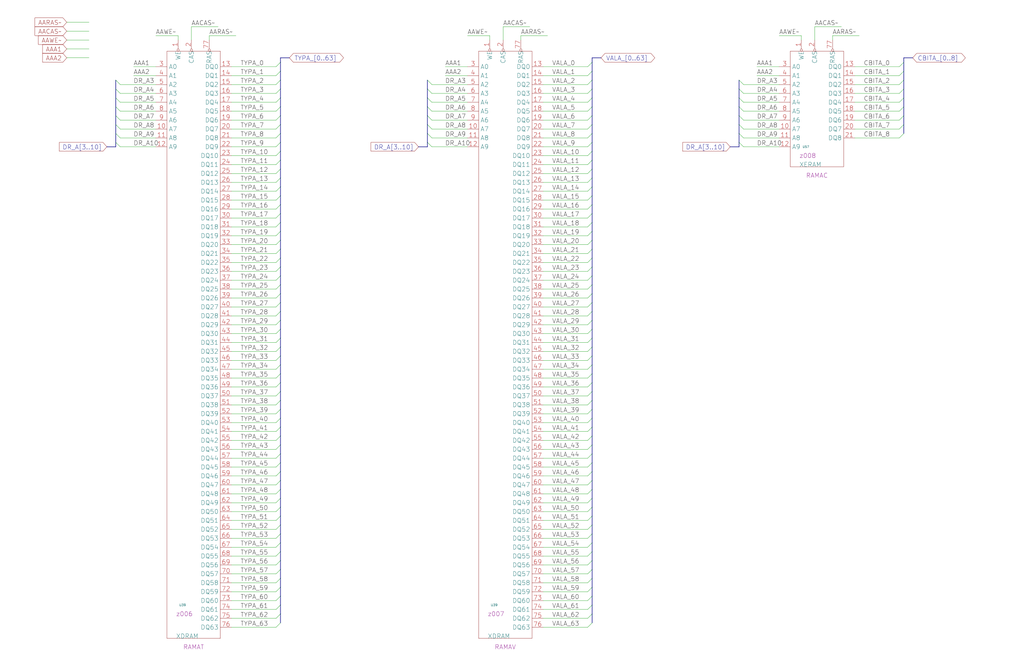
<source format=kicad_sch>
(kicad_sch (version 20230121) (generator eeschema)
  (paper "User" 584.2 378.46)
  (title_block (title "PLANEA DYNAMIC RAMS\\nTYPE BITS 0-31\\nCHECK BITS 0-2") (date "08-MAR-90") (rev "0.0") (comment 1 "MEM32 BOARD") (comment 2 "232-003066") (comment 3 "S400") (comment 4 "RELEASED"))
  (lib_symbols
    (symbol "r1000:XDRAM" (pin_names (offset 1.016))
      (property "Reference" "U" (at 2.54 5.08 0))
      (property "Value" "XDRAM" (at -1.27 -12.7 0))
      (property "Location" "___" (at -1.27 0 0))
      (property "Name" "______" (at 8.89 -20.32 0))
      (symbol "XDRAM_1_1"
        (rectangle (start -6.35 321.31) (end 24.13 -13.97))
        (circle (center 0 321.945) (radius 0.635))
        (circle (center 7.62 321.945) (radius 0.635))
        (circle (center 17.78 321.945) (radius 0.635))
        (pin input line (at 0 327.66 270) (length 5.08) (name "WE") (number "1"))
        (pin input line (at -12.7 276.86 0) (length 6.35) (name "A7") (number "10"))
        (pin input line (at -12.7 271.78 0) (length 6.35) (name "A8") (number "11"))
        (pin input line (at -12.7 266.7 0) (length 6.35) (name "A9") (number "12"))
        (pin bidirectional line (at 30.48 312.42 180) (length 6.35) (name "DQ0") (number "13"))
        (pin bidirectional line (at 30.48 307.34 180) (length 6.35) (name "DQ1") (number "14"))
        (pin bidirectional line (at 30.48 302.26 180) (length 6.35) (name "DQ2") (number "15"))
        (pin bidirectional line (at 30.48 297.18 180) (length 6.35) (name "DQ3") (number "16"))
        (pin bidirectional line (at 30.48 292.1 180) (length 6.35) (name "DQ4") (number "17"))
        (pin bidirectional line (at 30.48 287.02 180) (length 6.35) (name "DQ5") (number "18"))
        (pin bidirectional line (at 30.48 281.94 180) (length 6.35) (name "DQ6") (number "19"))
        (pin input line (at 7.62 327.66 270) (length 5.08) (name "CAS") (number "2"))
        (pin bidirectional line (at 30.48 276.86 180) (length 6.35) (name "DQ7") (number "20"))
        (pin bidirectional line (at 30.48 271.78 180) (length 6.35) (name "DQ8") (number "21"))
        (pin bidirectional line (at 30.48 266.7 180) (length 6.35) (name "DQ9") (number "22"))
        (pin bidirectional line (at 30.48 261.62 180) (length 6.35) (name "DQ10") (number "23"))
        (pin bidirectional line (at 30.48 256.54 180) (length 6.35) (name "DQ11") (number "24"))
        (pin bidirectional line (at 30.48 251.46 180) (length 6.35) (name "DQ12") (number "25"))
        (pin bidirectional line (at 30.48 246.38 180) (length 6.35) (name "DQ13") (number "26"))
        (pin bidirectional line (at 30.48 241.3 180) (length 6.35) (name "DQ14") (number "27"))
        (pin bidirectional line (at 30.48 236.22 180) (length 6.35) (name "DQ15") (number "28"))
        (pin bidirectional line (at 30.48 231.14 180) (length 6.35) (name "DQ16") (number "29"))
        (pin input line (at -12.7 312.42 0) (length 6.35) (name "A0") (number "3"))
        (pin bidirectional line (at 30.48 226.06 180) (length 6.35) (name "DQ17") (number "30"))
        (pin bidirectional line (at 30.48 220.98 180) (length 6.35) (name "DQ18") (number "31"))
        (pin bidirectional line (at 30.48 215.9 180) (length 6.35) (name "DQ19") (number "32"))
        (pin bidirectional line (at 30.48 210.82 180) (length 6.35) (name "DQ20") (number "33"))
        (pin bidirectional line (at 30.48 205.74 180) (length 6.35) (name "DQ21") (number "34"))
        (pin bidirectional line (at 30.48 200.66 180) (length 6.35) (name "DQ22") (number "35"))
        (pin bidirectional line (at 30.48 195.58 180) (length 6.35) (name "DQ23") (number "36"))
        (pin bidirectional line (at 30.48 190.5 180) (length 6.35) (name "DQ24") (number "37"))
        (pin bidirectional line (at 30.48 185.42 180) (length 6.35) (name "DQ25") (number "38"))
        (pin bidirectional line (at 30.48 180.34 180) (length 6.35) (name "DQ26") (number "39"))
        (pin input line (at -12.7 307.34 0) (length 6.35) (name "A1") (number "4"))
        (pin bidirectional line (at 30.48 175.26 180) (length 6.35) (name "DQ27") (number "40"))
        (pin bidirectional line (at 30.48 170.18 180) (length 6.35) (name "DQ28") (number "41"))
        (pin bidirectional line (at 30.48 165.1 180) (length 6.35) (name "DQ29") (number "42"))
        (pin bidirectional line (at 30.48 160.02 180) (length 6.35) (name "DQ30") (number "43"))
        (pin bidirectional line (at 30.48 154.94 180) (length 6.35) (name "DQ31") (number "44"))
        (pin bidirectional line (at 30.48 149.86 180) (length 6.35) (name "DQ32") (number "45"))
        (pin bidirectional line (at 30.48 144.78 180) (length 6.35) (name "DQ33") (number "46"))
        (pin bidirectional line (at 30.48 139.7 180) (length 6.35) (name "DQ34") (number "47"))
        (pin bidirectional line (at 30.48 134.62 180) (length 6.35) (name "DQ35") (number "48"))
        (pin bidirectional line (at 30.48 129.54 180) (length 6.35) (name "DQ36") (number "49"))
        (pin input line (at -12.7 302.26 0) (length 6.35) (name "A2") (number "5"))
        (pin bidirectional line (at 30.48 124.46 180) (length 6.35) (name "DQ37") (number "50"))
        (pin bidirectional line (at 30.48 119.38 180) (length 6.35) (name "DQ38") (number "51"))
        (pin bidirectional line (at 30.48 114.3 180) (length 6.35) (name "DQ39") (number "52"))
        (pin bidirectional line (at 30.48 109.22 180) (length 6.35) (name "DQ40") (number "53"))
        (pin bidirectional line (at 30.48 104.14 180) (length 6.35) (name "DQ41") (number "54"))
        (pin bidirectional line (at 30.48 99.06 180) (length 6.35) (name "DQ42") (number "55"))
        (pin bidirectional line (at 30.48 93.98 180) (length 6.35) (name "DQ43") (number "56"))
        (pin bidirectional line (at 30.48 88.9 180) (length 6.35) (name "DQ44") (number "57"))
        (pin bidirectional line (at 30.48 83.82 180) (length 6.35) (name "DQ45") (number "58"))
        (pin bidirectional line (at 30.48 78.74 180) (length 6.35) (name "DQ46") (number "59"))
        (pin input line (at -12.7 297.18 0) (length 6.35) (name "A3") (number "6"))
        (pin bidirectional line (at 30.48 73.66 180) (length 6.35) (name "DQ47") (number "60"))
        (pin bidirectional line (at 30.48 68.58 180) (length 6.35) (name "DQ48") (number "61"))
        (pin bidirectional line (at 30.48 63.5 180) (length 6.35) (name "DQ49") (number "62"))
        (pin bidirectional line (at 30.48 58.42 180) (length 6.35) (name "DQ50") (number "63"))
        (pin bidirectional line (at 30.48 53.34 180) (length 6.35) (name "DQ51") (number "64"))
        (pin bidirectional line (at 30.48 48.26 180) (length 6.35) (name "DQ52") (number "65"))
        (pin bidirectional line (at 30.48 43.18 180) (length 6.35) (name "DQ53") (number "66"))
        (pin bidirectional line (at 30.48 38.1 180) (length 6.35) (name "DQ54") (number "67"))
        (pin bidirectional line (at 30.48 33.02 180) (length 6.35) (name "DQ55") (number "68"))
        (pin bidirectional line (at 30.48 27.94 180) (length 6.35) (name "DQ56") (number "69"))
        (pin input line (at -12.7 292.1 0) (length 6.35) (name "A4") (number "7"))
        (pin bidirectional line (at 30.48 22.86 180) (length 6.35) (name "DQ57") (number "70"))
        (pin bidirectional line (at 30.48 17.78 180) (length 6.35) (name "DQ58") (number "71"))
        (pin bidirectional line (at 30.48 12.7 180) (length 6.35) (name "DQ59") (number "72"))
        (pin bidirectional line (at 30.48 7.62 180) (length 6.35) (name "DQ60") (number "73"))
        (pin bidirectional line (at 30.48 2.54 180) (length 6.35) (name "DQ61") (number "74"))
        (pin bidirectional line (at 30.48 -2.54 180) (length 6.35) (name "DQ62") (number "75"))
        (pin bidirectional line (at 30.48 -7.62 180) (length 6.35) (name "DQ63") (number "76"))
        (pin input line (at 17.78 327.66 270) (length 5.08) (name "RAS") (number "77"))
        (pin input line (at -12.7 287.02 0) (length 6.35) (name "A5") (number "8"))
        (pin input line (at -12.7 281.94 0) (length 6.35) (name "A6") (number "9"))
      )
    )
    (symbol "r1000:XERAM" (pin_names (offset 1.016))
      (property "Reference" "U" (at 2.54 5.08 0))
      (property "Value" "XERAM" (at -1.27 -5.08 0))
      (property "Location" "___" (at -1.27 0 0))
      (property "Name" "______" (at 8.89 -12.7 0))
      (symbol "XERAM_1_1"
        (rectangle (start -6.35 59.69) (end 24.13 -6.35))
        (circle (center 0 60.325) (radius 0.635))
        (circle (center 7.62 60.325) (radius 0.635))
        (circle (center 17.78 60.325) (radius 0.635))
        (pin input line (at 0 66.04 270) (length 5.08) (name "WE") (number "1"))
        (pin input line (at -12.7 15.24 0) (length 6.35) (name "A7") (number "10"))
        (pin input line (at -12.7 10.16 0) (length 6.35) (name "A8") (number "11"))
        (pin input line (at -12.7 5.08 0) (length 6.35) (name "A9") (number "12"))
        (pin bidirectional line (at 30.48 50.8 180) (length 6.35) (name "DQ0") (number "13"))
        (pin bidirectional line (at 30.48 45.72 180) (length 6.35) (name "DQ1") (number "14"))
        (pin bidirectional line (at 30.48 40.64 180) (length 6.35) (name "DQ2") (number "15"))
        (pin bidirectional line (at 30.48 35.56 180) (length 6.35) (name "DQ3") (number "16"))
        (pin bidirectional line (at 30.48 30.48 180) (length 6.35) (name "DQ4") (number "17"))
        (pin bidirectional line (at 30.48 25.4 180) (length 6.35) (name "DQ5") (number "18"))
        (pin bidirectional line (at 30.48 20.32 180) (length 6.35) (name "DQ6") (number "19"))
        (pin input line (at 7.62 66.04 270) (length 5.08) (name "CAS") (number "2"))
        (pin bidirectional line (at 30.48 15.24 180) (length 6.35) (name "DQ7") (number "20"))
        (pin bidirectional line (at 30.48 10.16 180) (length 6.35) (name "DQ8") (number "21"))
        (pin input line (at -12.7 50.8 0) (length 6.35) (name "A0") (number "3"))
        (pin input line (at -12.7 45.72 0) (length 6.35) (name "A1") (number "4"))
        (pin input line (at -12.7 40.64 0) (length 6.35) (name "A2") (number "5"))
        (pin input line (at -12.7 35.56 0) (length 6.35) (name "A3") (number "6"))
        (pin input line (at -12.7 30.48 0) (length 6.35) (name "A4") (number "7"))
        (pin input line (at 17.78 66.04 270) (length 5.08) (name "RAS") (number "77"))
        (pin input line (at -12.7 25.4 0) (length 6.35) (name "A5") (number "8"))
        (pin input line (at -12.7 20.32 0) (length 6.35) (name "A6") (number "9"))
      )
    )
  )
  (bus_entry (at 337.82 137.16) (size -2.54 2.54))
  (bus_entry (at 160.02 127) (size -2.54 2.54))
  (bus_entry (at 337.82 304.8) (size -2.54 2.54))
  (bus_entry (at 337.82 284.48) (size -2.54 2.54))
  (bus_entry (at 337.82 177.8) (size -2.54 2.54))
  (bus_entry (at 160.02 45.72) (size -2.54 2.54))
  (bus_entry (at 160.02 193.04) (size -2.54 2.54))
  (bus_entry (at 160.02 325.12) (size -2.54 2.54))
  (bus_entry (at 337.82 218.44) (size -2.54 2.54))
  (bus_entry (at 243.84 71.12) (size 2.54 2.54))
  (bus_entry (at 243.84 50.8) (size 2.54 2.54))
  (bus_entry (at 160.02 228.6) (size -2.54 2.54))
  (bus_entry (at 160.02 289.56) (size -2.54 2.54))
  (bus_entry (at 160.02 299.72) (size -2.54 2.54))
  (bus_entry (at 337.82 223.52) (size -2.54 2.54))
  (bus_entry (at 160.02 294.64) (size -2.54 2.54))
  (bus_entry (at 337.82 198.12) (size -2.54 2.54))
  (bus_entry (at 160.02 60.96) (size -2.54 2.54))
  (bus_entry (at 337.82 157.48) (size -2.54 2.54))
  (bus_entry (at 337.82 320.04) (size -2.54 2.54))
  (bus_entry (at 337.82 340.36) (size -2.54 2.54))
  (bus_entry (at 337.82 142.24) (size -2.54 2.54))
  (bus_entry (at 337.82 71.12) (size -2.54 2.54))
  (bus_entry (at 337.82 193.04) (size -2.54 2.54))
  (bus_entry (at 337.82 314.96) (size -2.54 2.54))
  (bus_entry (at 337.82 187.96) (size -2.54 2.54))
  (bus_entry (at 337.82 86.36) (size -2.54 2.54))
  (bus_entry (at 160.02 182.88) (size -2.54 2.54))
  (bus_entry (at 421.64 50.8) (size 2.54 2.54))
  (bus_entry (at 160.02 355.6) (size -2.54 2.54))
  (bus_entry (at 337.82 248.92) (size -2.54 2.54))
  (bus_entry (at 515.62 66.04) (size -2.54 2.54))
  (bus_entry (at 160.02 96.52) (size -2.54 2.54))
  (bus_entry (at 160.02 152.4) (size -2.54 2.54))
  (bus_entry (at 160.02 233.68) (size -2.54 2.54))
  (bus_entry (at 337.82 203.2) (size -2.54 2.54))
  (bus_entry (at 337.82 116.84) (size -2.54 2.54))
  (bus_entry (at 66.04 81.28) (size 2.54 2.54))
  (bus_entry (at 160.02 71.12) (size -2.54 2.54))
  (bus_entry (at 337.82 269.24) (size -2.54 2.54))
  (bus_entry (at 337.82 55.88) (size -2.54 2.54))
  (bus_entry (at 421.64 66.04) (size 2.54 2.54))
  (bus_entry (at 160.02 40.64) (size -2.54 2.54))
  (bus_entry (at 160.02 279.4) (size -2.54 2.54))
  (bus_entry (at 160.02 284.48) (size -2.54 2.54))
  (bus_entry (at 160.02 350.52) (size -2.54 2.54))
  (bus_entry (at 337.82 45.72) (size -2.54 2.54))
  (bus_entry (at 337.82 274.32) (size -2.54 2.54))
  (bus_entry (at 421.64 71.12) (size 2.54 2.54))
  (bus_entry (at 337.82 66.04) (size -2.54 2.54))
  (bus_entry (at 160.02 335.28) (size -2.54 2.54))
  (bus_entry (at 337.82 279.4) (size -2.54 2.54))
  (bus_entry (at 337.82 101.6) (size -2.54 2.54))
  (bus_entry (at 160.02 55.88) (size -2.54 2.54))
  (bus_entry (at 160.02 111.76) (size -2.54 2.54))
  (bus_entry (at 160.02 309.88) (size -2.54 2.54))
  (bus_entry (at 515.62 50.8) (size -2.54 2.54))
  (bus_entry (at 160.02 132.08) (size -2.54 2.54))
  (bus_entry (at 160.02 238.76) (size -2.54 2.54))
  (bus_entry (at 421.64 45.72) (size 2.54 2.54))
  (bus_entry (at 160.02 162.56) (size -2.54 2.54))
  (bus_entry (at 337.82 96.52) (size -2.54 2.54))
  (bus_entry (at 160.02 203.2) (size -2.54 2.54))
  (bus_entry (at 515.62 45.72) (size -2.54 2.54))
  (bus_entry (at 243.84 55.88) (size 2.54 2.54))
  (bus_entry (at 337.82 335.28) (size -2.54 2.54))
  (bus_entry (at 160.02 116.84) (size -2.54 2.54))
  (bus_entry (at 337.82 76.2) (size -2.54 2.54))
  (bus_entry (at 337.82 208.28) (size -2.54 2.54))
  (bus_entry (at 243.84 76.2) (size 2.54 2.54))
  (bus_entry (at 337.82 264.16) (size -2.54 2.54))
  (bus_entry (at 160.02 91.44) (size -2.54 2.54))
  (bus_entry (at 160.02 264.16) (size -2.54 2.54))
  (bus_entry (at 160.02 172.72) (size -2.54 2.54))
  (bus_entry (at 160.02 213.36) (size -2.54 2.54))
  (bus_entry (at 160.02 157.48) (size -2.54 2.54))
  (bus_entry (at 337.82 238.76) (size -2.54 2.54))
  (bus_entry (at 160.02 177.8) (size -2.54 2.54))
  (bus_entry (at 337.82 60.96) (size -2.54 2.54))
  (bus_entry (at 66.04 60.96) (size 2.54 2.54))
  (bus_entry (at 66.04 71.12) (size 2.54 2.54))
  (bus_entry (at 160.02 259.08) (size -2.54 2.54))
  (bus_entry (at 337.82 132.08) (size -2.54 2.54))
  (bus_entry (at 337.82 254) (size -2.54 2.54))
  (bus_entry (at 160.02 81.28) (size -2.54 2.54))
  (bus_entry (at 337.82 172.72) (size -2.54 2.54))
  (bus_entry (at 515.62 55.88) (size -2.54 2.54))
  (bus_entry (at 337.82 167.64) (size -2.54 2.54))
  (bus_entry (at 421.64 81.28) (size 2.54 2.54))
  (bus_entry (at 337.82 106.68) (size -2.54 2.54))
  (bus_entry (at 160.02 101.6) (size -2.54 2.54))
  (bus_entry (at 160.02 86.36) (size -2.54 2.54))
  (bus_entry (at 160.02 167.64) (size -2.54 2.54))
  (bus_entry (at 66.04 50.8) (size 2.54 2.54))
  (bus_entry (at 337.82 152.4) (size -2.54 2.54))
  (bus_entry (at 337.82 35.56) (size -2.54 2.54))
  (bus_entry (at 337.82 213.36) (size -2.54 2.54))
  (bus_entry (at 66.04 45.72) (size 2.54 2.54))
  (bus_entry (at 160.02 345.44) (size -2.54 2.54))
  (bus_entry (at 337.82 243.84) (size -2.54 2.54))
  (bus_entry (at 421.64 76.2) (size 2.54 2.54))
  (bus_entry (at 421.64 60.96) (size 2.54 2.54))
  (bus_entry (at 160.02 218.44) (size -2.54 2.54))
  (bus_entry (at 160.02 66.04) (size -2.54 2.54))
  (bus_entry (at 160.02 137.16) (size -2.54 2.54))
  (bus_entry (at 337.82 127) (size -2.54 2.54))
  (bus_entry (at 243.84 66.04) (size 2.54 2.54))
  (bus_entry (at 66.04 66.04) (size 2.54 2.54))
  (bus_entry (at 160.02 340.36) (size -2.54 2.54))
  (bus_entry (at 337.82 147.32) (size -2.54 2.54))
  (bus_entry (at 243.84 60.96) (size 2.54 2.54))
  (bus_entry (at 243.84 81.28) (size 2.54 2.54))
  (bus_entry (at 515.62 60.96) (size -2.54 2.54))
  (bus_entry (at 337.82 162.56) (size -2.54 2.54))
  (bus_entry (at 337.82 355.6) (size -2.54 2.54))
  (bus_entry (at 160.02 223.52) (size -2.54 2.54))
  (bus_entry (at 160.02 248.92) (size -2.54 2.54))
  (bus_entry (at 337.82 345.44) (size -2.54 2.54))
  (bus_entry (at 337.82 111.76) (size -2.54 2.54))
  (bus_entry (at 160.02 330.2) (size -2.54 2.54))
  (bus_entry (at 160.02 187.96) (size -2.54 2.54))
  (bus_entry (at 160.02 314.96) (size -2.54 2.54))
  (bus_entry (at 337.82 233.68) (size -2.54 2.54))
  (bus_entry (at 160.02 35.56) (size -2.54 2.54))
  (bus_entry (at 160.02 269.24) (size -2.54 2.54))
  (bus_entry (at 337.82 299.72) (size -2.54 2.54))
  (bus_entry (at 337.82 91.44) (size -2.54 2.54))
  (bus_entry (at 160.02 304.8) (size -2.54 2.54))
  (bus_entry (at 160.02 243.84) (size -2.54 2.54))
  (bus_entry (at 337.82 228.6) (size -2.54 2.54))
  (bus_entry (at 515.62 76.2) (size -2.54 2.54))
  (bus_entry (at 160.02 142.24) (size -2.54 2.54))
  (bus_entry (at 515.62 35.56) (size -2.54 2.54))
  (bus_entry (at 337.82 40.64) (size -2.54 2.54))
  (bus_entry (at 160.02 198.12) (size -2.54 2.54))
  (bus_entry (at 421.64 55.88) (size 2.54 2.54))
  (bus_entry (at 66.04 76.2) (size 2.54 2.54))
  (bus_entry (at 515.62 40.64) (size -2.54 2.54))
  (bus_entry (at 515.62 71.12) (size -2.54 2.54))
  (bus_entry (at 337.82 182.88) (size -2.54 2.54))
  (bus_entry (at 160.02 106.68) (size -2.54 2.54))
  (bus_entry (at 160.02 254) (size -2.54 2.54))
  (bus_entry (at 160.02 147.32) (size -2.54 2.54))
  (bus_entry (at 160.02 208.28) (size -2.54 2.54))
  (bus_entry (at 160.02 320.04) (size -2.54 2.54))
  (bus_entry (at 337.82 289.56) (size -2.54 2.54))
  (bus_entry (at 160.02 50.8) (size -2.54 2.54))
  (bus_entry (at 160.02 76.2) (size -2.54 2.54))
  (bus_entry (at 337.82 309.88) (size -2.54 2.54))
  (bus_entry (at 337.82 294.64) (size -2.54 2.54))
  (bus_entry (at 337.82 330.2) (size -2.54 2.54))
  (bus_entry (at 337.82 50.8) (size -2.54 2.54))
  (bus_entry (at 337.82 259.08) (size -2.54 2.54))
  (bus_entry (at 337.82 325.12) (size -2.54 2.54))
  (bus_entry (at 337.82 121.92) (size -2.54 2.54))
  (bus_entry (at 337.82 81.28) (size -2.54 2.54))
  (bus_entry (at 337.82 350.52) (size -2.54 2.54))
  (bus_entry (at 160.02 274.32) (size -2.54 2.54))
  (bus_entry (at 243.84 45.72) (size 2.54 2.54))
  (bus_entry (at 160.02 121.92) (size -2.54 2.54))
  (bus_entry (at 66.04 55.88) (size 2.54 2.54))
  (wire (pts (xy 309.88 88.9) (xy 335.28 88.9)))
  (wire (pts (xy 132.08 215.9) (xy 157.48 215.9)))
  (wire (pts (xy 132.08 327.66) (xy 157.48 327.66)))
  (wire (pts (xy 246.38 68.58) (xy 266.7 68.58)))
  (bus (pts (xy 160.02 304.8) (xy 160.02 309.88)))
  (bus (pts (xy 243.84 45.72) (xy 243.84 50.8)))
  (wire (pts (xy 309.88 302.26) (xy 335.28 302.26)))
  (wire (pts (xy 132.08 210.82) (xy 157.48 210.82)))
  (wire (pts (xy 309.88 205.74) (xy 335.28 205.74)))
  (bus (pts (xy 337.82 264.16) (xy 337.82 269.24)))
  (wire (pts (xy 309.88 297.18) (xy 335.28 297.18)))
  (bus (pts (xy 160.02 289.56) (xy 160.02 294.64)))
  (wire (pts (xy 132.08 43.18) (xy 157.48 43.18)))
  (wire (pts (xy 424.18 58.42) (xy 444.5 58.42)))
  (wire (pts (xy 309.88 332.74) (xy 335.28 332.74)))
  (wire (pts (xy 309.88 353.06) (xy 335.28 353.06)))
  (bus (pts (xy 337.82 223.52) (xy 337.82 228.6)))
  (wire (pts (xy 309.88 154.94) (xy 335.28 154.94)))
  (bus (pts (xy 160.02 264.16) (xy 160.02 269.24)))
  (wire (pts (xy 38.1 22.86) (xy 50.8 22.86)))
  (wire (pts (xy 132.08 165.1) (xy 157.48 165.1)))
  (bus (pts (xy 160.02 228.6) (xy 160.02 233.68)))
  (bus (pts (xy 66.04 76.2) (xy 66.04 81.28)))
  (wire (pts (xy 132.08 53.34) (xy 157.48 53.34)))
  (wire (pts (xy 132.08 185.42) (xy 157.48 185.42)))
  (wire (pts (xy 132.08 124.46) (xy 157.48 124.46)))
  (bus (pts (xy 160.02 76.2) (xy 160.02 81.28)))
  (wire (pts (xy 132.08 99.06) (xy 157.48 99.06)))
  (wire (pts (xy 487.68 43.18) (xy 513.08 43.18)))
  (wire (pts (xy 132.08 160.02) (xy 157.48 160.02)))
  (wire (pts (xy 487.68 63.5) (xy 513.08 63.5)))
  (bus (pts (xy 337.82 259.08) (xy 337.82 264.16)))
  (bus (pts (xy 337.82 157.48) (xy 337.82 162.56)))
  (wire (pts (xy 68.58 58.42) (xy 88.9 58.42)))
  (bus (pts (xy 160.02 299.72) (xy 160.02 304.8)))
  (bus (pts (xy 243.84 71.12) (xy 243.84 76.2)))
  (wire (pts (xy 309.88 215.9) (xy 335.28 215.9)))
  (bus (pts (xy 337.82 33.02) (xy 337.82 35.56)))
  (wire (pts (xy 309.88 337.82) (xy 335.28 337.82)))
  (wire (pts (xy 132.08 58.42) (xy 157.48 58.42)))
  (bus (pts (xy 160.02 45.72) (xy 160.02 50.8)))
  (bus (pts (xy 160.02 238.76) (xy 160.02 243.84)))
  (bus (pts (xy 337.82 279.4) (xy 337.82 284.48)))
  (bus (pts (xy 160.02 147.32) (xy 160.02 152.4)))
  (bus (pts (xy 66.04 45.72) (xy 66.04 50.8)))
  (wire (pts (xy 309.88 99.06) (xy 335.28 99.06)))
  (wire (pts (xy 132.08 83.82) (xy 157.48 83.82)))
  (bus (pts (xy 337.82 55.88) (xy 337.82 60.96)))
  (bus (pts (xy 160.02 335.28) (xy 160.02 340.36)))
  (wire (pts (xy 132.08 220.98) (xy 157.48 220.98)))
  (wire (pts (xy 132.08 38.1) (xy 157.48 38.1)))
  (bus (pts (xy 337.82 289.56) (xy 337.82 294.64)))
  (bus (pts (xy 160.02 248.92) (xy 160.02 254)))
  (wire (pts (xy 480.06 15.24) (xy 464.82 15.24)))
  (wire (pts (xy 309.88 144.78) (xy 335.28 144.78)))
  (wire (pts (xy 309.88 266.7) (xy 335.28 266.7)))
  (bus (pts (xy 66.04 83.82) (xy 66.04 81.28)))
  (wire (pts (xy 309.88 358.14) (xy 335.28 358.14)))
  (wire (pts (xy 132.08 287.02) (xy 157.48 287.02)))
  (wire (pts (xy 38.1 33.02) (xy 50.8 33.02)))
  (wire (pts (xy 132.08 322.58) (xy 157.48 322.58)))
  (wire (pts (xy 132.08 292.1) (xy 157.48 292.1)))
  (wire (pts (xy 431.8 43.18) (xy 444.5 43.18)))
  (wire (pts (xy 309.88 226.06) (xy 335.28 226.06)))
  (wire (pts (xy 309.88 160.02) (xy 335.28 160.02)))
  (wire (pts (xy 68.58 78.74) (xy 88.9 78.74)))
  (bus (pts (xy 515.62 40.64) (xy 515.62 45.72)))
  (bus (pts (xy 160.02 132.08) (xy 160.02 137.16)))
  (wire (pts (xy 132.08 154.94) (xy 157.48 154.94)))
  (wire (pts (xy 309.88 327.66) (xy 335.28 327.66)))
  (bus (pts (xy 160.02 142.24) (xy 160.02 147.32)))
  (wire (pts (xy 132.08 170.18) (xy 157.48 170.18)))
  (wire (pts (xy 132.08 205.74) (xy 157.48 205.74)))
  (bus (pts (xy 337.82 345.44) (xy 337.82 350.52)))
  (bus (pts (xy 160.02 294.64) (xy 160.02 299.72)))
  (wire (pts (xy 132.08 256.54) (xy 157.48 256.54)))
  (wire (pts (xy 309.88 271.78) (xy 335.28 271.78)))
  (wire (pts (xy 132.08 312.42) (xy 157.48 312.42)))
  (wire (pts (xy 309.88 114.3) (xy 335.28 114.3)))
  (bus (pts (xy 66.04 60.96) (xy 66.04 66.04)))
  (wire (pts (xy 309.88 63.5) (xy 335.28 63.5)))
  (wire (pts (xy 312.42 20.32) (xy 297.18 20.32)))
  (bus (pts (xy 337.82 66.04) (xy 337.82 71.12)))
  (bus (pts (xy 160.02 137.16) (xy 160.02 142.24)))
  (bus (pts (xy 160.02 269.24) (xy 160.02 274.32)))
  (wire (pts (xy 132.08 231.14) (xy 157.48 231.14)))
  (bus (pts (xy 160.02 177.8) (xy 160.02 182.88)))
  (bus (pts (xy 160.02 314.96) (xy 160.02 320.04)))
  (wire (pts (xy 132.08 200.66) (xy 157.48 200.66)))
  (bus (pts (xy 160.02 213.36) (xy 160.02 218.44)))
  (wire (pts (xy 132.08 276.86) (xy 157.48 276.86)))
  (wire (pts (xy 297.18 20.32) (xy 297.18 22.86)))
  (bus (pts (xy 337.82 121.92) (xy 337.82 127)))
  (bus (pts (xy 160.02 345.44) (xy 160.02 350.52)))
  (wire (pts (xy 132.08 332.74) (xy 157.48 332.74)))
  (bus (pts (xy 66.04 71.12) (xy 66.04 76.2)))
  (wire (pts (xy 132.08 73.66) (xy 157.48 73.66)))
  (bus (pts (xy 337.82 284.48) (xy 337.82 289.56)))
  (wire (pts (xy 279.4 20.32) (xy 279.4 22.86)))
  (wire (pts (xy 132.08 119.38) (xy 157.48 119.38)))
  (wire (pts (xy 302.26 15.24) (xy 287.02 15.24)))
  (wire (pts (xy 76.2 43.18) (xy 88.9 43.18)))
  (wire (pts (xy 309.88 134.62) (xy 335.28 134.62)))
  (bus (pts (xy 337.82 96.52) (xy 337.82 101.6)))
  (wire (pts (xy 309.88 281.94) (xy 335.28 281.94)))
  (bus (pts (xy 337.82 335.28) (xy 337.82 340.36)))
  (wire (pts (xy 309.88 307.34) (xy 335.28 307.34)))
  (wire (pts (xy 132.08 175.26) (xy 157.48 175.26)))
  (wire (pts (xy 68.58 63.5) (xy 88.9 63.5)))
  (bus (pts (xy 160.02 91.44) (xy 160.02 96.52)))
  (bus (pts (xy 160.02 330.2) (xy 160.02 335.28)))
  (wire (pts (xy 309.88 261.62) (xy 335.28 261.62)))
  (bus (pts (xy 160.02 101.6) (xy 160.02 106.68)))
  (bus (pts (xy 337.82 350.52) (xy 337.82 355.6)))
  (bus (pts (xy 165.1 33.02) (xy 160.02 33.02)))
  (bus (pts (xy 160.02 66.04) (xy 160.02 71.12)))
  (wire (pts (xy 444.5 20.32) (xy 457.2 20.32)))
  (wire (pts (xy 132.08 144.78) (xy 157.48 144.78)))
  (wire (pts (xy 246.38 63.5) (xy 266.7 63.5)))
  (wire (pts (xy 309.88 165.1) (xy 335.28 165.1)))
  (bus (pts (xy 243.84 66.04) (xy 243.84 71.12)))
  (bus (pts (xy 337.82 91.44) (xy 337.82 96.52)))
  (bus (pts (xy 66.04 55.88) (xy 66.04 60.96)))
  (bus (pts (xy 337.82 330.2) (xy 337.82 335.28)))
  (wire (pts (xy 487.68 48.26) (xy 513.08 48.26)))
  (bus (pts (xy 160.02 350.52) (xy 160.02 355.6)))
  (bus (pts (xy 337.82 127) (xy 337.82 132.08)))
  (bus (pts (xy 66.04 50.8) (xy 66.04 55.88)))
  (bus (pts (xy 160.02 259.08) (xy 160.02 264.16)))
  (wire (pts (xy 132.08 236.22) (xy 157.48 236.22)))
  (bus (pts (xy 337.82 248.92) (xy 337.82 254)))
  (wire (pts (xy 309.88 48.26) (xy 335.28 48.26)))
  (bus (pts (xy 337.82 309.88) (xy 337.82 314.96)))
  (bus (pts (xy 337.82 167.64) (xy 337.82 172.72)))
  (bus (pts (xy 160.02 182.88) (xy 160.02 187.96)))
  (wire (pts (xy 246.38 53.34) (xy 266.7 53.34)))
  (bus (pts (xy 515.62 50.8) (xy 515.62 55.88)))
  (bus (pts (xy 337.82 187.96) (xy 337.82 193.04)))
  (bus (pts (xy 160.02 116.84) (xy 160.02 121.92)))
  (bus (pts (xy 160.02 279.4) (xy 160.02 284.48)))
  (bus (pts (xy 337.82 50.8) (xy 337.82 55.88)))
  (wire (pts (xy 132.08 281.94) (xy 157.48 281.94)))
  (bus (pts (xy 337.82 152.4) (xy 337.82 157.48)))
  (wire (pts (xy 309.88 292.1) (xy 335.28 292.1)))
  (bus (pts (xy 160.02 203.2) (xy 160.02 208.28)))
  (wire (pts (xy 309.88 195.58) (xy 335.28 195.58)))
  (bus (pts (xy 337.82 40.64) (xy 337.82 45.72)))
  (wire (pts (xy 309.88 231.14) (xy 335.28 231.14)))
  (wire (pts (xy 487.68 58.42) (xy 513.08 58.42)))
  (wire (pts (xy 132.08 180.34) (xy 157.48 180.34)))
  (wire (pts (xy 132.08 317.5) (xy 157.48 317.5)))
  (bus (pts (xy 337.82 137.16) (xy 337.82 142.24)))
  (wire (pts (xy 309.88 43.18) (xy 335.28 43.18)))
  (wire (pts (xy 132.08 342.9) (xy 157.48 342.9)))
  (bus (pts (xy 160.02 233.68) (xy 160.02 238.76)))
  (bus (pts (xy 337.82 45.72) (xy 337.82 50.8)))
  (bus (pts (xy 160.02 35.56) (xy 160.02 40.64)))
  (bus (pts (xy 160.02 208.28) (xy 160.02 213.36)))
  (wire (pts (xy 287.02 15.24) (xy 287.02 22.86)))
  (wire (pts (xy 424.18 48.26) (xy 444.5 48.26)))
  (wire (pts (xy 254 43.18) (xy 266.7 43.18)))
  (bus (pts (xy 160.02 111.76) (xy 160.02 116.84)))
  (bus (pts (xy 160.02 167.64) (xy 160.02 172.72)))
  (wire (pts (xy 88.9 20.32) (xy 101.6 20.32)))
  (wire (pts (xy 487.68 68.58) (xy 513.08 68.58)))
  (bus (pts (xy 243.84 55.88) (xy 243.84 60.96)))
  (bus (pts (xy 515.62 35.56) (xy 515.62 40.64)))
  (wire (pts (xy 464.82 15.24) (xy 464.82 22.86)))
  (bus (pts (xy 160.02 86.36) (xy 160.02 91.44)))
  (bus (pts (xy 421.64 55.88) (xy 421.64 60.96)))
  (wire (pts (xy 309.88 276.86) (xy 335.28 276.86)))
  (wire (pts (xy 490.22 20.32) (xy 474.98 20.32)))
  (wire (pts (xy 76.2 38.1) (xy 88.9 38.1)))
  (bus (pts (xy 160.02 340.36) (xy 160.02 345.44)))
  (bus (pts (xy 160.02 33.02) (xy 160.02 35.56)))
  (bus (pts (xy 337.82 340.36) (xy 337.82 345.44)))
  (wire (pts (xy 487.68 73.66) (xy 513.08 73.66)))
  (bus (pts (xy 60.96 83.82) (xy 66.04 83.82)))
  (wire (pts (xy 132.08 149.86) (xy 157.48 149.86)))
  (bus (pts (xy 421.64 71.12) (xy 421.64 76.2)))
  (wire (pts (xy 424.18 78.74) (xy 444.5 78.74)))
  (wire (pts (xy 309.88 342.9) (xy 335.28 342.9)))
  (wire (pts (xy 309.88 175.26) (xy 335.28 175.26)))
  (wire (pts (xy 132.08 109.22) (xy 157.48 109.22)))
  (wire (pts (xy 132.08 195.58) (xy 157.48 195.58)))
  (wire (pts (xy 424.18 73.66) (xy 444.5 73.66)))
  (wire (pts (xy 309.88 200.66) (xy 335.28 200.66)))
  (wire (pts (xy 474.98 20.32) (xy 474.98 22.86)))
  (bus (pts (xy 337.82 243.84) (xy 337.82 248.92)))
  (wire (pts (xy 132.08 241.3) (xy 157.48 241.3)))
  (wire (pts (xy 132.08 246.38) (xy 157.48 246.38)))
  (bus (pts (xy 160.02 40.64) (xy 160.02 45.72)))
  (wire (pts (xy 109.22 15.24) (xy 109.22 22.86)))
  (wire (pts (xy 309.88 38.1) (xy 335.28 38.1)))
  (bus (pts (xy 243.84 50.8) (xy 243.84 55.88)))
  (wire (pts (xy 132.08 347.98) (xy 157.48 347.98)))
  (bus (pts (xy 160.02 274.32) (xy 160.02 279.4)))
  (bus (pts (xy 337.82 213.36) (xy 337.82 218.44)))
  (wire (pts (xy 309.88 109.22) (xy 335.28 109.22)))
  (bus (pts (xy 160.02 152.4) (xy 160.02 157.48)))
  (bus (pts (xy 337.82 325.12) (xy 337.82 330.2)))
  (bus (pts (xy 160.02 309.88) (xy 160.02 314.96)))
  (bus (pts (xy 160.02 157.48) (xy 160.02 162.56)))
  (bus (pts (xy 337.82 182.88) (xy 337.82 187.96)))
  (wire (pts (xy 132.08 78.74) (xy 157.48 78.74)))
  (wire (pts (xy 246.38 58.42) (xy 266.7 58.42)))
  (wire (pts (xy 246.38 73.66) (xy 266.7 73.66)))
  (wire (pts (xy 309.88 246.38) (xy 335.28 246.38)))
  (wire (pts (xy 309.88 170.18) (xy 335.28 170.18)))
  (wire (pts (xy 132.08 190.5) (xy 157.48 190.5)))
  (bus (pts (xy 337.82 203.2) (xy 337.82 208.28)))
  (wire (pts (xy 309.88 322.58) (xy 335.28 322.58)))
  (wire (pts (xy 309.88 124.46) (xy 335.28 124.46)))
  (wire (pts (xy 68.58 68.58) (xy 88.9 68.58)))
  (bus (pts (xy 421.64 66.04) (xy 421.64 71.12)))
  (bus (pts (xy 342.9 33.02) (xy 337.82 33.02)))
  (wire (pts (xy 132.08 104.14) (xy 157.48 104.14)))
  (bus (pts (xy 160.02 50.8) (xy 160.02 55.88)))
  (wire (pts (xy 68.58 73.66) (xy 88.9 73.66)))
  (bus (pts (xy 160.02 162.56) (xy 160.02 167.64)))
  (bus (pts (xy 421.64 76.2) (xy 421.64 81.28)))
  (wire (pts (xy 309.88 180.34) (xy 335.28 180.34)))
  (bus (pts (xy 160.02 127) (xy 160.02 132.08)))
  (bus (pts (xy 160.02 121.92) (xy 160.02 127)))
  (wire (pts (xy 309.88 210.82) (xy 335.28 210.82)))
  (bus (pts (xy 337.82 172.72) (xy 337.82 177.8)))
  (wire (pts (xy 309.88 73.66) (xy 335.28 73.66)))
  (wire (pts (xy 246.38 48.26) (xy 266.7 48.26)))
  (wire (pts (xy 246.38 83.82) (xy 266.7 83.82)))
  (wire (pts (xy 431.8 38.1) (xy 444.5 38.1)))
  (wire (pts (xy 132.08 139.7) (xy 157.48 139.7)))
  (bus (pts (xy 421.64 83.82) (xy 421.64 81.28)))
  (bus (pts (xy 337.82 238.76) (xy 337.82 243.84)))
  (bus (pts (xy 515.62 60.96) (xy 515.62 66.04)))
  (wire (pts (xy 119.38 20.32) (xy 119.38 22.86)))
  (bus (pts (xy 66.04 66.04) (xy 66.04 71.12)))
  (bus (pts (xy 337.82 218.44) (xy 337.82 223.52)))
  (bus (pts (xy 337.82 208.28) (xy 337.82 213.36)))
  (bus (pts (xy 160.02 320.04) (xy 160.02 325.12)))
  (bus (pts (xy 243.84 76.2) (xy 243.84 81.28)))
  (bus (pts (xy 337.82 76.2) (xy 337.82 81.28)))
  (wire (pts (xy 254 38.1) (xy 266.7 38.1)))
  (wire (pts (xy 132.08 63.5) (xy 157.48 63.5)))
  (bus (pts (xy 515.62 45.72) (xy 515.62 50.8)))
  (wire (pts (xy 124.46 15.24) (xy 109.22 15.24)))
  (bus (pts (xy 337.82 193.04) (xy 337.82 198.12)))
  (wire (pts (xy 38.1 27.94) (xy 50.8 27.94)))
  (bus (pts (xy 337.82 274.32) (xy 337.82 279.4)))
  (bus (pts (xy 337.82 111.76) (xy 337.82 116.84)))
  (bus (pts (xy 515.62 55.88) (xy 515.62 60.96)))
  (bus (pts (xy 337.82 254) (xy 337.82 259.08)))
  (wire (pts (xy 68.58 83.82) (xy 88.9 83.82)))
  (bus (pts (xy 520.7 33.02) (xy 515.62 33.02)))
  (wire (pts (xy 38.1 17.78) (xy 50.8 17.78)))
  (wire (pts (xy 132.08 297.18) (xy 157.48 297.18)))
  (wire (pts (xy 487.68 53.34) (xy 513.08 53.34)))
  (bus (pts (xy 515.62 71.12) (xy 515.62 76.2)))
  (bus (pts (xy 160.02 81.28) (xy 160.02 86.36)))
  (bus (pts (xy 337.82 81.28) (xy 337.82 86.36)))
  (wire (pts (xy 132.08 93.98) (xy 157.48 93.98)))
  (wire (pts (xy 246.38 78.74) (xy 266.7 78.74)))
  (wire (pts (xy 68.58 48.26) (xy 88.9 48.26)))
  (bus (pts (xy 337.82 86.36) (xy 337.82 91.44)))
  (bus (pts (xy 515.62 66.04) (xy 515.62 71.12)))
  (wire (pts (xy 309.88 119.38) (xy 335.28 119.38)))
  (wire (pts (xy 68.58 53.34) (xy 88.9 53.34)))
  (bus (pts (xy 337.82 233.68) (xy 337.82 238.76)))
  (wire (pts (xy 487.68 78.74) (xy 513.08 78.74)))
  (wire (pts (xy 424.18 53.34) (xy 444.5 53.34)))
  (bus (pts (xy 160.02 325.12) (xy 160.02 330.2)))
  (bus (pts (xy 337.82 294.64) (xy 337.82 299.72)))
  (wire (pts (xy 309.88 190.5) (xy 335.28 190.5)))
  (bus (pts (xy 337.82 101.6) (xy 337.82 106.68)))
  (wire (pts (xy 134.62 20.32) (xy 119.38 20.32)))
  (bus (pts (xy 421.64 60.96) (xy 421.64 66.04)))
  (bus (pts (xy 515.62 33.02) (xy 515.62 35.56)))
  (bus (pts (xy 337.82 314.96) (xy 337.82 320.04)))
  (bus (pts (xy 337.82 299.72) (xy 337.82 304.8)))
  (wire (pts (xy 309.88 58.42) (xy 335.28 58.42)))
  (wire (pts (xy 309.88 53.34) (xy 335.28 53.34)))
  (bus (pts (xy 421.64 45.72) (xy 421.64 50.8)))
  (wire (pts (xy 309.88 129.54) (xy 335.28 129.54)))
  (wire (pts (xy 132.08 307.34) (xy 157.48 307.34)))
  (wire (pts (xy 309.88 93.98) (xy 335.28 93.98)))
  (wire (pts (xy 266.7 20.32) (xy 279.4 20.32)))
  (wire (pts (xy 309.88 104.14) (xy 335.28 104.14)))
  (wire (pts (xy 424.18 68.58) (xy 444.5 68.58)))
  (wire (pts (xy 132.08 88.9) (xy 157.48 88.9)))
  (wire (pts (xy 309.88 241.3) (xy 335.28 241.3)))
  (wire (pts (xy 457.2 20.32) (xy 457.2 22.86)))
  (wire (pts (xy 309.88 256.54) (xy 335.28 256.54)))
  (bus (pts (xy 160.02 106.68) (xy 160.02 111.76)))
  (bus (pts (xy 337.82 132.08) (xy 337.82 137.16)))
  (bus (pts (xy 238.76 83.82) (xy 243.84 83.82)))
  (bus (pts (xy 160.02 71.12) (xy 160.02 76.2)))
  (wire (pts (xy 132.08 271.78) (xy 157.48 271.78)))
  (wire (pts (xy 424.18 63.5) (xy 444.5 63.5)))
  (bus (pts (xy 160.02 243.84) (xy 160.02 248.92)))
  (wire (pts (xy 309.88 185.42) (xy 335.28 185.42)))
  (wire (pts (xy 309.88 347.98) (xy 335.28 347.98)))
  (wire (pts (xy 132.08 68.58) (xy 157.48 68.58)))
  (bus (pts (xy 243.84 60.96) (xy 243.84 66.04)))
  (bus (pts (xy 337.82 320.04) (xy 337.82 325.12)))
  (bus (pts (xy 337.82 269.24) (xy 337.82 274.32)))
  (bus (pts (xy 337.82 198.12) (xy 337.82 203.2)))
  (wire (pts (xy 132.08 302.26) (xy 157.48 302.26)))
  (bus (pts (xy 160.02 198.12) (xy 160.02 203.2)))
  (wire (pts (xy 309.88 139.7) (xy 335.28 139.7)))
  (bus (pts (xy 337.82 162.56) (xy 337.82 167.64)))
  (wire (pts (xy 132.08 337.82) (xy 157.48 337.82)))
  (bus (pts (xy 160.02 172.72) (xy 160.02 177.8)))
  (wire (pts (xy 132.08 114.3) (xy 157.48 114.3)))
  (bus (pts (xy 337.82 116.84) (xy 337.82 121.92)))
  (bus (pts (xy 337.82 60.96) (xy 337.82 66.04)))
  (bus (pts (xy 337.82 71.12) (xy 337.82 76.2)))
  (wire (pts (xy 309.88 220.98) (xy 335.28 220.98)))
  (bus (pts (xy 416.56 83.82) (xy 421.64 83.82)))
  (bus (pts (xy 160.02 284.48) (xy 160.02 289.56)))
  (bus (pts (xy 160.02 55.88) (xy 160.02 60.96)))
  (bus (pts (xy 337.82 142.24) (xy 337.82 147.32)))
  (wire (pts (xy 38.1 12.7) (xy 50.8 12.7)))
  (bus (pts (xy 337.82 304.8) (xy 337.82 309.88)))
  (bus (pts (xy 337.82 228.6) (xy 337.82 233.68)))
  (bus (pts (xy 421.64 50.8) (xy 421.64 55.88)))
  (bus (pts (xy 160.02 60.96) (xy 160.02 66.04)))
  (wire (pts (xy 309.88 251.46) (xy 335.28 251.46)))
  (wire (pts (xy 309.88 317.5) (xy 335.28 317.5)))
  (wire (pts (xy 132.08 134.62) (xy 157.48 134.62)))
  (bus (pts (xy 160.02 187.96) (xy 160.02 193.04)))
  (bus (pts (xy 337.82 106.68) (xy 337.82 111.76)))
  (wire (pts (xy 132.08 129.54) (xy 157.48 129.54)))
  (wire (pts (xy 309.88 78.74) (xy 335.28 78.74)))
  (bus (pts (xy 160.02 223.52) (xy 160.02 228.6)))
  (wire (pts (xy 132.08 226.06) (xy 157.48 226.06)))
  (wire (pts (xy 309.88 149.86) (xy 335.28 149.86)))
  (wire (pts (xy 424.18 83.82) (xy 444.5 83.82)))
  (wire (pts (xy 132.08 266.7) (xy 157.48 266.7)))
  (wire (pts (xy 132.08 251.46) (xy 157.48 251.46)))
  (wire (pts (xy 309.88 287.02) (xy 335.28 287.02)))
  (wire (pts (xy 309.88 312.42) (xy 335.28 312.42)))
  (wire (pts (xy 101.6 20.32) (xy 101.6 22.86)))
  (bus (pts (xy 160.02 193.04) (xy 160.02 198.12)))
  (bus (pts (xy 160.02 254) (xy 160.02 259.08)))
  (bus (pts (xy 337.82 147.32) (xy 337.82 152.4)))
  (wire (pts (xy 132.08 48.26) (xy 157.48 48.26)))
  (wire (pts (xy 309.88 236.22) (xy 335.28 236.22)))
  (bus (pts (xy 160.02 96.52) (xy 160.02 101.6)))
  (wire (pts (xy 132.08 353.06) (xy 157.48 353.06)))
  (wire (pts (xy 309.88 68.58) (xy 335.28 68.58)))
  (wire (pts (xy 132.08 261.62) (xy 157.48 261.62)))
  (bus (pts (xy 337.82 35.56) (xy 337.82 40.64)))
  (bus (pts (xy 160.02 218.44) (xy 160.02 223.52)))
  (bus (pts (xy 243.84 83.82) (xy 243.84 81.28)))
  (wire (pts (xy 309.88 83.82) (xy 335.28 83.82)))
  (wire (pts (xy 487.68 38.1) (xy 513.08 38.1)))
  (wire (pts (xy 132.08 358.14) (xy 157.48 358.14)))
  (bus (pts (xy 337.82 177.8) (xy 337.82 182.88)))
  (label "VALA_54" (at 314.96 312.42 0) (effects (font (size 2.54 2.54))))
  (label "VALA_4" (at 314.96 58.42 0) (effects (font (size 2.54 2.54))))
  (label "TYPA_61" (at 137.16 347.98 0) (effects (font (size 2.54 2.54))))
  (label "DR_A9" (at 431.8 78.74 0) (effects (font (size 2.54 2.54))))
  (label "VALA_23" (at 314.96 154.94 0) (effects (font (size 2.54 2.54))))
  (label "TYPA_39" (at 137.16 236.22 0) (effects (font (size 2.54 2.54))))
  (label "VALA_61" (at 314.96 347.98 0) (effects (font (size 2.54 2.54))))
  (label "DR_A3" (at 431.8 48.26 0) (effects (font (size 2.54 2.54))))
  (label "TYPA_56" (at 137.16 322.58 0) (effects (font (size 2.54 2.54))))
  (label "DR_A6" (at 431.8 63.5 0) (effects (font (size 2.54 2.54))))
  (label "VALA_44" (at 314.96 261.62 0) (effects (font (size 2.54 2.54))))
  (label "AARAS~" (at 297.18 20.32 0) (effects (font (size 2.54 2.54))))
  (label "CBITA_5" (at 492.76 63.5 0) (effects (font (size 2.54 2.54))))
  (label "VALA_53" (at 314.96 307.34 0) (effects (font (size 2.54 2.54))))
  (label "TYPA_1" (at 137.16 43.18 0) (effects (font (size 2.54 2.54))))
  (label "DR_A7" (at 431.8 68.58 0) (effects (font (size 2.54 2.54))))
  (label "TYPA_59" (at 137.16 337.82 0) (effects (font (size 2.54 2.54))))
  (label "DR_A9" (at 254 78.74 0) (effects (font (size 2.54 2.54))))
  (label "TYPA_14" (at 137.16 109.22 0) (effects (font (size 2.54 2.54))))
  (label "VALA_24" (at 314.96 160.02 0) (effects (font (size 2.54 2.54))))
  (label "VALA_32" (at 314.96 200.66 0) (effects (font (size 2.54 2.54))))
  (label "VALA_27" (at 314.96 175.26 0) (effects (font (size 2.54 2.54))))
  (label "VALA_47" (at 314.96 276.86 0) (effects (font (size 2.54 2.54))))
  (label "TYPA_2" (at 137.16 48.26 0) (effects (font (size 2.54 2.54))))
  (label "VALA_45" (at 314.96 266.7 0) (effects (font (size 2.54 2.54))))
  (label "VALA_62" (at 314.96 353.06 0) (effects (font (size 2.54 2.54))))
  (label "VALA_46" (at 314.96 271.78 0) (effects (font (size 2.54 2.54))))
  (label "CBITA_8" (at 492.76 78.74 0) (effects (font (size 2.54 2.54))))
  (label "AAWE~" (at 88.9 20.32 0) (effects (font (size 2.54 2.54))))
  (label "TYPA_63" (at 137.16 358.14 0) (effects (font (size 2.54 2.54))))
  (label "TYPA_45" (at 137.16 266.7 0) (effects (font (size 2.54 2.54))))
  (label "TYPA_47" (at 137.16 276.86 0) (effects (font (size 2.54 2.54))))
  (label "TYPA_18" (at 137.16 129.54 0) (effects (font (size 2.54 2.54))))
  (label "VALA_6" (at 314.96 68.58 0) (effects (font (size 2.54 2.54))))
  (label "VALA_33" (at 314.96 205.74 0) (effects (font (size 2.54 2.54))))
  (label "TYPA_13" (at 137.16 104.14 0) (effects (font (size 2.54 2.54))))
  (label "CBITA_2" (at 492.76 48.26 0) (effects (font (size 2.54 2.54))))
  (label "VALA_28" (at 314.96 180.34 0) (effects (font (size 2.54 2.54))))
  (label "VALA_13" (at 314.96 104.14 0) (effects (font (size 2.54 2.54))))
  (label "VALA_5" (at 314.96 63.5 0) (effects (font (size 2.54 2.54))))
  (label "TYPA_20" (at 137.16 139.7 0) (effects (font (size 2.54 2.54))))
  (label "TYPA_11" (at 137.16 93.98 0) (effects (font (size 2.54 2.54))))
  (label "TYPA_48" (at 137.16 281.94 0) (effects (font (size 2.54 2.54))))
  (label "TYPA_17" (at 137.16 124.46 0) (effects (font (size 2.54 2.54))))
  (label "VALA_38" (at 314.96 231.14 0) (effects (font (size 2.54 2.54))))
  (label "DR_A3" (at 76.2 48.26 0) (effects (font (size 2.54 2.54))))
  (label "TYPA_21" (at 137.16 144.78 0) (effects (font (size 2.54 2.54))))
  (label "TYPA_41" (at 137.16 246.38 0) (effects (font (size 2.54 2.54))))
  (label "VALA_56" (at 314.96 322.58 0) (effects (font (size 2.54 2.54))))
  (label "AAA2" (at 254 43.18 0) (effects (font (size 2.54 2.54))))
  (label "VALA_30" (at 314.96 190.5 0) (effects (font (size 2.54 2.54))))
  (label "AAWE~" (at 444.5 20.32 0) (effects (font (size 2.54 2.54))))
  (label "TYPA_33" (at 137.16 205.74 0) (effects (font (size 2.54 2.54))))
  (label "VALA_19" (at 314.96 134.62 0) (effects (font (size 2.54 2.54))))
  (label "VALA_34" (at 314.96 210.82 0) (effects (font (size 2.54 2.54))))
  (label "TYPA_60" (at 137.16 342.9 0) (effects (font (size 2.54 2.54))))
  (label "VALA_15" (at 314.96 114.3 0) (effects (font (size 2.54 2.54))))
  (label "VALA_37" (at 314.96 226.06 0) (effects (font (size 2.54 2.54))))
  (label "VALA_51" (at 314.96 297.18 0) (effects (font (size 2.54 2.54))))
  (label "TYPA_37" (at 137.16 226.06 0) (effects (font (size 2.54 2.54))))
  (label "VALA_14" (at 314.96 109.22 0) (effects (font (size 2.54 2.54))))
  (label "AACAS~" (at 109.22 15.24 0) (effects (font (size 2.54 2.54))))
  (label "TYPA_29" (at 137.16 185.42 0) (effects (font (size 2.54 2.54))))
  (label "TYPA_24" (at 137.16 160.02 0) (effects (font (size 2.54 2.54))))
  (label "CBITA_6" (at 492.76 68.58 0) (effects (font (size 2.54 2.54))))
  (label "DR_A8" (at 431.8 73.66 0) (effects (font (size 2.54 2.54))))
  (label "AARAS~" (at 119.38 20.32 0) (effects (font (size 2.54 2.54))))
  (label "TYPA_9" (at 137.16 83.82 0) (effects (font (size 2.54 2.54))))
  (label "AAWE~" (at 266.7 20.32 0) (effects (font (size 2.54 2.54))))
  (label "VALA_1" (at 314.96 43.18 0) (effects (font (size 2.54 2.54))))
  (label "TYPA_15" (at 137.16 114.3 0) (effects (font (size 2.54 2.54))))
  (label "VALA_20" (at 314.96 139.7 0) (effects (font (size 2.54 2.54))))
  (label "VALA_58" (at 314.96 332.74 0) (effects (font (size 2.54 2.54))))
  (label "VALA_40" (at 314.96 241.3 0) (effects (font (size 2.54 2.54))))
  (label "TYPA_0" (at 137.16 38.1 0) (effects (font (size 2.54 2.54))))
  (label "DR_A4" (at 431.8 53.34 0) (effects (font (size 2.54 2.54))))
  (label "TYPA_54" (at 137.16 312.42 0) (effects (font (size 2.54 2.54))))
  (label "DR_A6" (at 254 63.5 0) (effects (font (size 2.54 2.54))))
  (label "DR_A5" (at 431.8 58.42 0) (effects (font (size 2.54 2.54))))
  (label "AAA2" (at 76.2 43.18 0) (effects (font (size 2.54 2.54))))
  (label "VALA_9" (at 314.96 83.82 0) (effects (font (size 2.54 2.54))))
  (label "VALA_25" (at 314.96 165.1 0) (effects (font (size 2.54 2.54))))
  (label "DR_A5" (at 254 58.42 0) (effects (font (size 2.54 2.54))))
  (label "TYPA_34" (at 137.16 210.82 0) (effects (font (size 2.54 2.54))))
  (label "TYPA_52" (at 137.16 302.26 0) (effects (font (size 2.54 2.54))))
  (label "VALA_21" (at 314.96 144.78 0) (effects (font (size 2.54 2.54))))
  (label "VALA_57" (at 314.96 327.66 0) (effects (font (size 2.54 2.54))))
  (label "DR_A3" (at 254 48.26 0) (effects (font (size 2.54 2.54))))
  (label "TYPA_49" (at 137.16 287.02 0) (effects (font (size 2.54 2.54))))
  (label "TYPA_31" (at 137.16 195.58 0) (effects (font (size 2.54 2.54))))
  (label "VALA_43" (at 314.96 256.54 0) (effects (font (size 2.54 2.54))))
  (label "TYPA_43" (at 137.16 256.54 0) (effects (font (size 2.54 2.54))))
  (label "VALA_31" (at 314.96 195.58 0) (effects (font (size 2.54 2.54))))
  (label "DR_A8" (at 76.2 73.66 0) (effects (font (size 2.54 2.54))))
  (label "AAA1" (at 76.2 38.1 0) (effects (font (size 2.54 2.54))))
  (label "TYPA_55" (at 137.16 317.5 0) (effects (font (size 2.54 2.54))))
  (label "DR_A10" (at 431.8 83.82 0) (effects (font (size 2.54 2.54))))
  (label "TYPA_6" (at 137.16 68.58 0) (effects (font (size 2.54 2.54))))
  (label "TYPA_22" (at 137.16 149.86 0) (effects (font (size 2.54 2.54))))
  (label "TYPA_27" (at 137.16 175.26 0) (effects (font (size 2.54 2.54))))
  (label "AAA1" (at 254 38.1 0) (effects (font (size 2.54 2.54))))
  (label "VALA_22" (at 314.96 149.86 0) (effects (font (size 2.54 2.54))))
  (label "VALA_55" (at 314.96 317.5 0) (effects (font (size 2.54 2.54))))
  (label "DR_A10" (at 76.2 83.82 0) (effects (font (size 2.54 2.54))))
  (label "VALA_26" (at 314.96 170.18 0) (effects (font (size 2.54 2.54))))
  (label "AAA2" (at 431.8 43.18 0) (effects (font (size 2.54 2.54))))
  (label "DR_A7" (at 76.2 68.58 0) (effects (font (size 2.54 2.54))))
  (label "CBITA_3" (at 492.76 53.34 0) (effects (font (size 2.54 2.54))))
  (label "CBITA_0" (at 492.76 38.1 0) (effects (font (size 2.54 2.54))))
  (label "TYPA_50" (at 137.16 292.1 0) (effects (font (size 2.54 2.54))))
  (label "TYPA_8" (at 137.16 78.74 0) (effects (font (size 2.54 2.54))))
  (label "VALA_63" (at 314.96 358.14 0) (effects (font (size 2.54 2.54))))
  (label "VALA_12" (at 314.96 99.06 0) (effects (font (size 2.54 2.54))))
  (label "VALA_11" (at 314.96 93.98 0) (effects (font (size 2.54 2.54))))
  (label "VALA_17" (at 314.96 124.46 0) (effects (font (size 2.54 2.54))))
  (label "TYPA_42" (at 137.16 251.46 0) (effects (font (size 2.54 2.54))))
  (label "VALA_41" (at 314.96 246.38 0) (effects (font (size 2.54 2.54))))
  (label "TYPA_58" (at 137.16 332.74 0) (effects (font (size 2.54 2.54))))
  (label "VALA_36" (at 314.96 220.98 0) (effects (font (size 2.54 2.54))))
  (label "VALA_3" (at 314.96 53.34 0) (effects (font (size 2.54 2.54))))
  (label "VALA_29" (at 314.96 185.42 0) (effects (font (size 2.54 2.54))))
  (label "TYPA_23" (at 137.16 154.94 0) (effects (font (size 2.54 2.54))))
  (label "TYPA_28" (at 137.16 180.34 0) (effects (font (size 2.54 2.54))))
  (label "VALA_0" (at 314.96 38.1 0) (effects (font (size 2.54 2.54))))
  (label "TYPA_51" (at 137.16 297.18 0) (effects (font (size 2.54 2.54))))
  (label "TYPA_53" (at 137.16 307.34 0) (effects (font (size 2.54 2.54))))
  (label "DR_A7" (at 254 68.58 0) (effects (font (size 2.54 2.54))))
  (label "TYPA_16" (at 137.16 119.38 0) (effects (font (size 2.54 2.54))))
  (label "DR_A8" (at 254 73.66 0) (effects (font (size 2.54 2.54))))
  (label "VALA_50" (at 314.96 292.1 0) (effects (font (size 2.54 2.54))))
  (label "DR_A9" (at 76.2 78.74 0) (effects (font (size 2.54 2.54))))
  (label "AARAS~" (at 474.98 20.32 0) (effects (font (size 2.54 2.54))))
  (label "TYPA_40" (at 137.16 241.3 0) (effects (font (size 2.54 2.54))))
  (label "TYPA_19" (at 137.16 134.62 0) (effects (font (size 2.54 2.54))))
  (label "AAA1" (at 431.8 38.1 0) (effects (font (size 2.54 2.54))))
  (label "TYPA_10" (at 137.16 88.9 0) (effects (font (size 2.54 2.54))))
  (label "VALA_7" (at 314.96 73.66 0) (effects (font (size 2.54 2.54))))
  (label "TYPA_32" (at 137.16 200.66 0) (effects (font (size 2.54 2.54))))
  (label "AACAS~" (at 287.02 15.24 0) (effects (font (size 2.54 2.54))))
  (label "VALA_35" (at 314.96 215.9 0) (effects (font (size 2.54 2.54))))
  (label "VALA_52" (at 314.96 302.26 0) (effects (font (size 2.54 2.54))))
  (label "VALA_42" (at 314.96 251.46 0) (effects (font (size 2.54 2.54))))
  (label "AACAS~" (at 464.82 15.24 0) (effects (font (size 2.54 2.54))))
  (label "TYPA_62" (at 137.16 353.06 0) (effects (font (size 2.54 2.54))))
  (label "CBITA_1" (at 492.76 43.18 0) (effects (font (size 2.54 2.54))))
  (label "TYPA_38" (at 137.16 231.14 0) (effects (font (size 2.54 2.54))))
  (label "TYPA_25" (at 137.16 165.1 0) (effects (font (size 2.54 2.54))))
  (label "TYPA_35" (at 137.16 215.9 0) (effects (font (size 2.54 2.54))))
  (label "VALA_48" (at 314.96 281.94 0) (effects (font (size 2.54 2.54))))
  (label "TYPA_5" (at 137.16 63.5 0) (effects (font (size 2.54 2.54))))
  (label "TYPA_30" (at 137.16 190.5 0) (effects (font (size 2.54 2.54))))
  (label "VALA_16" (at 314.96 119.38 0) (effects (font (size 2.54 2.54))))
  (label "VALA_8" (at 314.96 78.74 0) (effects (font (size 2.54 2.54))))
  (label "DR_A6" (at 76.2 63.5 0) (effects (font (size 2.54 2.54))))
  (label "TYPA_36" (at 137.16 220.98 0) (effects (font (size 2.54 2.54))))
  (label "TYPA_26" (at 137.16 170.18 0) (effects (font (size 2.54 2.54))))
  (label "DR_A4" (at 76.2 53.34 0) (effects (font (size 2.54 2.54))))
  (label "TYPA_57" (at 137.16 327.66 0) (effects (font (size 2.54 2.54))))
  (label "VALA_59" (at 314.96 337.82 0) (effects (font (size 2.54 2.54))))
  (label "TYPA_46" (at 137.16 271.78 0) (effects (font (size 2.54 2.54))))
  (label "VALA_2" (at 314.96 48.26 0) (effects (font (size 2.54 2.54))))
  (label "TYPA_12" (at 137.16 99.06 0) (effects (font (size 2.54 2.54))))
  (label "TYPA_4" (at 137.16 58.42 0) (effects (font (size 2.54 2.54))))
  (label "VALA_18" (at 314.96 129.54 0) (effects (font (size 2.54 2.54))))
  (label "TYPA_7" (at 137.16 73.66 0) (effects (font (size 2.54 2.54))))
  (label "CBITA_4" (at 492.76 58.42 0) (effects (font (size 2.54 2.54))))
  (label "VALA_10" (at 314.96 88.9 0) (effects (font (size 2.54 2.54))))
  (label "VALA_60" (at 314.96 342.9 0) (effects (font (size 2.54 2.54))))
  (label "DR_A10" (at 254 83.82 0) (effects (font (size 2.54 2.54))))
  (label "CBITA_7" (at 492.76 73.66 0) (effects (font (size 2.54 2.54))))
  (label "DR_A5" (at 76.2 58.42 0) (effects (font (size 2.54 2.54))))
  (label "VALA_49" (at 314.96 287.02 0) (effects (font (size 2.54 2.54))))
  (label "VALA_39" (at 314.96 236.22 0) (effects (font (size 2.54 2.54))))
  (label "DR_A4" (at 254 53.34 0) (effects (font (size 2.54 2.54))))
  (label "TYPA_44" (at 137.16 261.62 0) (effects (font (size 2.54 2.54))))
  (label "TYPA_3" (at 137.16 53.34 0) (effects (font (size 2.54 2.54))))
  (global_label "AAWE~" (shape input) (at 38.1 22.86 180) (effects (font (size 2.54 2.54))) (property "Intersheetrefs" "${INTERSHEET_REFS}" (at 21.2376 22.86 0) (effects (font (size 1.905 1.905)) (justify right))))
  (global_label "VALA_[0..63]" (shape bidirectional) (at 342.9 33.02 0) (effects (font (size 2.54 2.54))) (property "Intersheetrefs" "${INTERSHEET_REFS}" (at 374.8055 33.02 0) (effects (font (size 1.905 1.905)) (justify left))))
  (global_label "AARAS~" (shape input) (at 38.1 12.7 180) (effects (font (size 2.54 2.54))) (property "Intersheetrefs" "${INTERSHEET_REFS}" (at 19.3025 12.7 0) (effects (font (size 1.905 1.905)) (justify right))))
  (global_label "DR_A[3..10]" (shape input) (at 238.76 83.82 180) (effects (font (size 2.54 2.54))) (property "Intersheetrefs" "${INTERSHEET_REFS}" (at 211.0122 83.82 0) (effects (font (size 1.905 1.905)) (justify right))))
  (global_label "AACAS~" (shape input) (at 38.1 17.78 180) (effects (font (size 2.54 2.54))) (property "Intersheetrefs" "${INTERSHEET_REFS}" (at 19.3025 17.78 0) (effects (font (size 1.905 1.905)) (justify right))))
  (global_label "AAA1" (shape input) (at 38.1 27.94 180) (effects (font (size 2.54 2.54))) (property "Intersheetrefs" "${INTERSHEET_REFS}" (at 23.6568 27.94 0) (effects (justify right))))
  (global_label "AAA2" (shape input) (at 38.1 33.02 180) (effects (font (size 2.54 2.54))) (property "Intersheetrefs" "${INTERSHEET_REFS}" (at 23.6568 33.02 0) (effects (justify right))))
  (global_label "DR_A[3..10]" (shape input) (at 60.96 83.82 180) (effects (font (size 2.54 2.54))) (property "Intersheetrefs" "${INTERSHEET_REFS}" (at 33.2122 83.82 0) (effects (font (size 1.905 1.905)) (justify right))))
  (global_label "TYPA_[0..63]" (shape bidirectional) (at 165.1 33.02 0) (effects (font (size 2.54 2.54))) (property "Intersheetrefs" "${INTERSHEET_REFS}" (at 197.0055 33.02 0) (effects (font (size 1.905 1.905)) (justify left))))
  (global_label "DR_A[3..10]" (shape input) (at 416.56 83.82 180) (effects (font (size 2.54 2.54))) (property "Intersheetrefs" "${INTERSHEET_REFS}" (at 388.8122 83.82 0) (effects (font (size 1.905 1.905)) (justify right))))
  (global_label "CBITA_[0..8]" (shape bidirectional) (at 520.7 33.02 0) (effects (font (size 2.54 2.54))) (property "Intersheetrefs" "${INTERSHEET_REFS}" (at 548.8698 32.8613 0) (effects (font (size 1.905 1.905)) (justify left))))
  (symbol (lib_id "r1000:XDRAM") (at 101.6 350.52 0) (unit 1)
    (property "Reference" "U39" (at 104.14 345.44 0))
    (property "Value" "XDRAM" (at 100.33 363.22 0) (effects (font (size 2.54 2.54)) (justify left)))
    (property "Location" "z006" (at 100.33 350.52 0) (effects (font (size 2.54 2.54)) (justify left)))
    (property "Name" "RAMAT" (at 110.49 370.84 0) (effects (font (size 2.54 2.54)) (justify bottom)))
    (instances (project "MEM32" (path "" (reference "U39") (unit 1)) (path "" (reference "U58") (unit 1))))
  )
  (symbol (lib_id "r1000:XERAM") (at 457.2 88.9 0) (unit 1)
    (property "Reference" "U57" (at 459.74 83.82 0))
    (property "Value" "XERAM" (at 455.93 93.98 0) (effects (font (size 2.54 2.54)) (justify left)))
    (property "Location" "z008" (at 455.93 88.9 0) (effects (font (size 2.54 2.54)) (justify left)))
    (property "Name" "RAMAC" (at 466.09 101.6 0) (effects (font (size 2.54 2.54)) (justify bottom)))
    (instances (project "MEM32" (path "" (reference "U57") (unit 1)) (path "" (reference "U60") (unit 1))))
  )
  (symbol (lib_id "r1000:XDRAM") (at 279.4 350.52 0) (unit 1)
    (property "Reference" "U39" (at 281.94 345.44 0))
    (property "Value" "XDRAM" (at 278.13 363.22 0) (effects (font (size 2.54 2.54)) (justify left)))
    (property "Location" "z007" (at 278.13 350.52 0) (effects (font (size 2.54 2.54)) (justify left)))
    (property "Name" "RAMAV" (at 288.29 370.84 0) (effects (font (size 2.54 2.54)) (justify bottom)))
    (instances (project "MEM32" (path "" (reference "U39") (unit 1)) (path "" (reference "U59") (unit 1))))
  )
)
</source>
